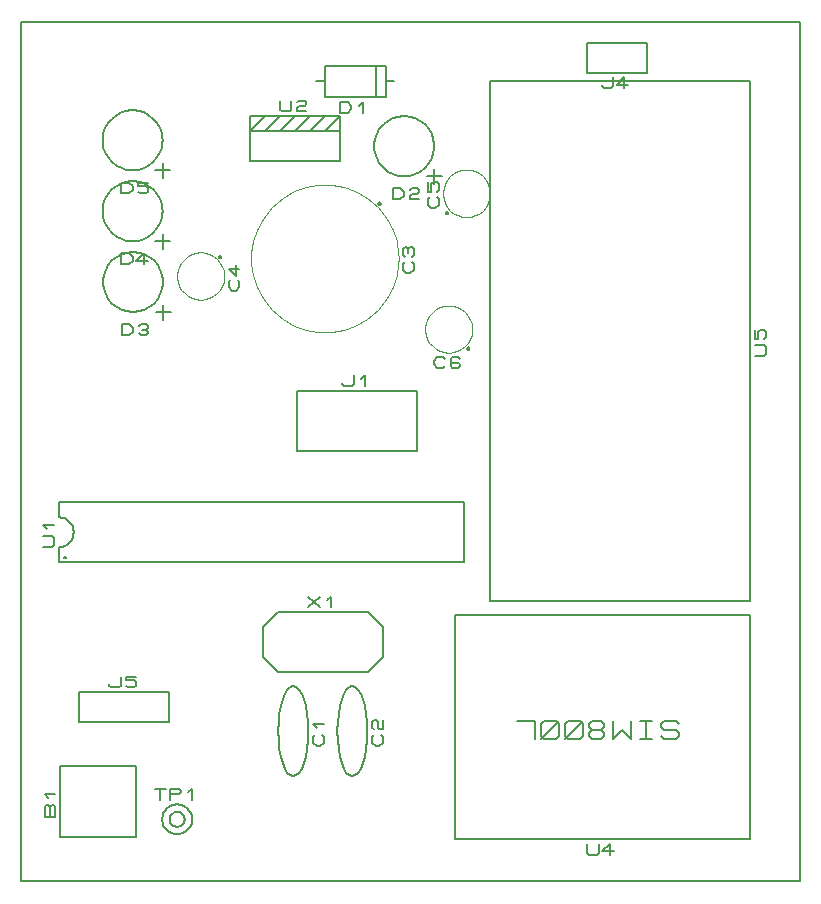
<source format=gbr>
G04 PROTEUS RS274X GERBER FILE*
%FSLAX45Y45*%
%MOMM*%
G01*
%ADD20C,0.203200*%
%ADD27C,0.120000*%
%ADD28C,0.200000*%
D20*
X+39941Y+39466D02*
X+6637261Y+39466D01*
X+6637261Y+7313126D01*
X+39941Y+7313126D01*
X+39941Y+39466D01*
X+362101Y+2740126D02*
X+3791101Y+2740126D01*
X+3791101Y+3248126D01*
X+362101Y+3248126D01*
X+362101Y+2740126D02*
X+362101Y+2867126D01*
X+362101Y+3248126D02*
X+362101Y+3121126D01*
X+362101Y+2867126D02*
X+388069Y+2869653D01*
X+412083Y+2876924D01*
X+433678Y+2888474D01*
X+452390Y+2903837D01*
X+467753Y+2922549D01*
X+479303Y+2944145D01*
X+486574Y+2968159D01*
X+489101Y+2994126D01*
X+362101Y+3121126D02*
X+388069Y+3118599D01*
X+412083Y+3111328D01*
X+433678Y+3099779D01*
X+452390Y+3084415D01*
X+467753Y+3065703D01*
X+479303Y+3044108D01*
X+486574Y+3020094D01*
X+489101Y+2994126D01*
X+420085Y+2780766D02*
X+420060Y+2781363D01*
X+419858Y+2782559D01*
X+419434Y+2783755D01*
X+418740Y+2784951D01*
X+417680Y+2786130D01*
X+416484Y+2786993D01*
X+415288Y+2787542D01*
X+414092Y+2787851D01*
X+412901Y+2787950D01*
X+405717Y+2780766D02*
X+405742Y+2781363D01*
X+405944Y+2782559D01*
X+406368Y+2783755D01*
X+407062Y+2784951D01*
X+408122Y+2786130D01*
X+409318Y+2786993D01*
X+410514Y+2787542D01*
X+411710Y+2787851D01*
X+412901Y+2787950D01*
X+405717Y+2780766D02*
X+405742Y+2780169D01*
X+405944Y+2778973D01*
X+406368Y+2777777D01*
X+407062Y+2776581D01*
X+408122Y+2775402D01*
X+409318Y+2774539D01*
X+410514Y+2773990D01*
X+411710Y+2773681D01*
X+412901Y+2773582D01*
X+420085Y+2780766D02*
X+420060Y+2780169D01*
X+419858Y+2778973D01*
X+419434Y+2777777D01*
X+418740Y+2776581D01*
X+417680Y+2775402D01*
X+416484Y+2774539D01*
X+415288Y+2773990D01*
X+414092Y+2773681D01*
X+412901Y+2773582D01*
X+230021Y+2867126D02*
X+306221Y+2867126D01*
X+321461Y+2883001D01*
X+321461Y+2946501D01*
X+306221Y+2962376D01*
X+230021Y+2962376D01*
X+260501Y+3025876D02*
X+230021Y+3057626D01*
X+321461Y+3057626D01*
X+1982601Y+6136126D02*
X+2744601Y+6136126D01*
X+2744601Y+6390126D01*
X+1982601Y+6390126D01*
X+1982601Y+6136126D01*
X+1982601Y+6390126D02*
X+1982601Y+6517126D01*
X+2744601Y+6517126D01*
X+2744601Y+6390126D01*
X+1982601Y+6390126D02*
X+2109601Y+6517126D01*
X+2109601Y+6390126D02*
X+2236601Y+6517126D01*
X+2236601Y+6390126D02*
X+2363601Y+6517126D01*
X+2363601Y+6390126D02*
X+2490601Y+6517126D01*
X+2490601Y+6390126D02*
X+2617601Y+6517126D01*
X+2617601Y+6390126D02*
X+2744601Y+6517126D01*
X+2236601Y+6649206D02*
X+2236601Y+6573006D01*
X+2252476Y+6557766D01*
X+2315976Y+6557766D01*
X+2331851Y+6573006D01*
X+2331851Y+6649206D01*
X+2379476Y+6633966D02*
X+2395351Y+6649206D01*
X+2442976Y+6649206D01*
X+2458851Y+6633966D01*
X+2458851Y+6618726D01*
X+2442976Y+6603486D01*
X+2395351Y+6603486D01*
X+2379476Y+6588246D01*
X+2379476Y+6557766D01*
X+2458851Y+6557766D01*
X+2612521Y+6678506D02*
X+3130681Y+6678506D01*
X+3130681Y+6945206D01*
X+2612521Y+6945206D01*
X+2612521Y+6678506D01*
X+3049401Y+6681046D02*
X+3049401Y+6942666D01*
X+3201801Y+6813126D02*
X+3130681Y+6813126D01*
X+2612521Y+6813126D02*
X+2541401Y+6813126D01*
X+2744601Y+6546426D02*
X+2744601Y+6637866D01*
X+2808101Y+6637866D01*
X+2839851Y+6607386D01*
X+2839851Y+6576906D01*
X+2808101Y+6546426D01*
X+2744601Y+6546426D01*
X+2903351Y+6607386D02*
X+2935101Y+6637866D01*
X+2935101Y+6546426D01*
X+4832601Y+6886126D02*
X+5340601Y+6886126D01*
X+5340601Y+7140126D01*
X+4832601Y+7140126D01*
X+4832601Y+6886126D01*
X+4959601Y+6784526D02*
X+4959601Y+6769286D01*
X+4975476Y+6754046D01*
X+5038976Y+6754046D01*
X+5054851Y+6769286D01*
X+5054851Y+6845486D01*
X+5181851Y+6784526D02*
X+5086601Y+6784526D01*
X+5150101Y+6845486D01*
X+5150101Y+6754046D01*
D27*
X+3238601Y+5313126D02*
X+3236745Y+5361260D01*
X+3221690Y+5457530D01*
X+3190403Y+5553800D01*
X+3139998Y+5650070D01*
X+3064101Y+5746340D01*
X+2968000Y+5827933D01*
X+2871730Y+5882331D01*
X+2775460Y+5916804D01*
X+2679190Y+5934675D01*
X+2613601Y+5938126D01*
X+1988601Y+5313126D02*
X+1990457Y+5361260D01*
X+2005512Y+5457530D01*
X+2036799Y+5553800D01*
X+2087204Y+5650070D01*
X+2163101Y+5746340D01*
X+2259202Y+5827933D01*
X+2355472Y+5882331D01*
X+2451742Y+5916804D01*
X+2548012Y+5934675D01*
X+2613601Y+5938126D01*
X+1988601Y+5313126D02*
X+1990457Y+5264992D01*
X+2005512Y+5168722D01*
X+2036799Y+5072452D01*
X+2087204Y+4976182D01*
X+2163101Y+4879912D01*
X+2259202Y+4798319D01*
X+2355472Y+4743921D01*
X+2451742Y+4709448D01*
X+2548012Y+4691577D01*
X+2613601Y+4688126D01*
X+3238601Y+5313126D02*
X+3236745Y+5264992D01*
X+3221690Y+5168722D01*
X+3190403Y+5072452D01*
X+3139998Y+4976182D01*
X+3064101Y+4879912D01*
X+2968000Y+4798319D01*
X+2871730Y+4743921D01*
X+2775460Y+4709448D01*
X+2679190Y+4691577D01*
X+2613601Y+4688126D01*
D28*
X+3087601Y+5777126D02*
X+3087566Y+5777957D01*
X+3087285Y+5779621D01*
X+3086695Y+5781285D01*
X+3085731Y+5782949D01*
X+3084256Y+5784590D01*
X+3082592Y+5785791D01*
X+3080928Y+5786556D01*
X+3079264Y+5786987D01*
X+3077601Y+5787126D01*
X+3067601Y+5777126D02*
X+3067636Y+5777957D01*
X+3067917Y+5779621D01*
X+3068507Y+5781285D01*
X+3069471Y+5782949D01*
X+3070946Y+5784590D01*
X+3072610Y+5785791D01*
X+3074274Y+5786556D01*
X+3075938Y+5786987D01*
X+3077601Y+5787126D01*
X+3067601Y+5777126D02*
X+3067636Y+5776295D01*
X+3067917Y+5774631D01*
X+3068507Y+5772967D01*
X+3069471Y+5771303D01*
X+3070946Y+5769662D01*
X+3072610Y+5768461D01*
X+3074274Y+5767696D01*
X+3075938Y+5767265D01*
X+3077601Y+5767126D01*
X+3087601Y+5777126D02*
X+3087566Y+5776295D01*
X+3087285Y+5774631D01*
X+3086695Y+5772967D01*
X+3085731Y+5771303D01*
X+3084256Y+5769662D01*
X+3082592Y+5768461D01*
X+3080928Y+5767696D01*
X+3079264Y+5767265D01*
X+3077601Y+5767126D01*
D20*
X+3351281Y+5281376D02*
X+3366521Y+5265501D01*
X+3366521Y+5217876D01*
X+3336041Y+5186126D01*
X+3305561Y+5186126D01*
X+3275081Y+5217876D01*
X+3275081Y+5265501D01*
X+3290321Y+5281376D01*
X+3290321Y+5329001D02*
X+3275081Y+5344876D01*
X+3275081Y+5392501D01*
X+3290321Y+5408376D01*
X+3305561Y+5408376D01*
X+3320801Y+5392501D01*
X+3336041Y+5408376D01*
X+3351281Y+5408376D01*
X+3366521Y+5392501D01*
X+3366521Y+5344876D01*
X+3351281Y+5329001D01*
X+3320801Y+5360751D02*
X+3320801Y+5392501D01*
D27*
X+1763601Y+5163126D02*
X+1762941Y+5179365D01*
X+1757576Y+5211845D01*
X+1746376Y+5244325D01*
X+1728152Y+5276805D01*
X+1700285Y+5309131D01*
X+1667805Y+5333835D01*
X+1635325Y+5349823D01*
X+1602845Y+5359238D01*
X+1570365Y+5363012D01*
X+1563601Y+5363126D01*
X+1363601Y+5163126D02*
X+1364261Y+5179365D01*
X+1369626Y+5211845D01*
X+1380826Y+5244325D01*
X+1399050Y+5276805D01*
X+1426917Y+5309131D01*
X+1459397Y+5333835D01*
X+1491877Y+5349823D01*
X+1524357Y+5359238D01*
X+1556837Y+5363012D01*
X+1563601Y+5363126D01*
X+1363601Y+5163126D02*
X+1364261Y+5146887D01*
X+1369626Y+5114407D01*
X+1380826Y+5081927D01*
X+1399050Y+5049447D01*
X+1426917Y+5017121D01*
X+1459397Y+4992417D01*
X+1491877Y+4976429D01*
X+1524357Y+4967014D01*
X+1556837Y+4963240D01*
X+1563601Y+4963126D01*
X+1763601Y+5163126D02*
X+1762941Y+5146887D01*
X+1757576Y+5114407D01*
X+1746376Y+5081927D01*
X+1728152Y+5049447D01*
X+1700285Y+5017121D01*
X+1667805Y+4992417D01*
X+1635325Y+4976429D01*
X+1602845Y+4967014D01*
X+1570365Y+4963240D01*
X+1563601Y+4963126D01*
D28*
X+1737601Y+5327126D02*
X+1737566Y+5327957D01*
X+1737285Y+5329621D01*
X+1736695Y+5331285D01*
X+1735731Y+5332949D01*
X+1734256Y+5334590D01*
X+1732592Y+5335791D01*
X+1730928Y+5336556D01*
X+1729264Y+5336987D01*
X+1727601Y+5337126D01*
X+1717601Y+5327126D02*
X+1717636Y+5327957D01*
X+1717917Y+5329621D01*
X+1718507Y+5331285D01*
X+1719471Y+5332949D01*
X+1720946Y+5334590D01*
X+1722610Y+5335791D01*
X+1724274Y+5336556D01*
X+1725938Y+5336987D01*
X+1727601Y+5337126D01*
X+1717601Y+5327126D02*
X+1717636Y+5326295D01*
X+1717917Y+5324631D01*
X+1718507Y+5322967D01*
X+1719471Y+5321303D01*
X+1720946Y+5319662D01*
X+1722610Y+5318461D01*
X+1724274Y+5317696D01*
X+1725938Y+5317265D01*
X+1727601Y+5317126D01*
X+1737601Y+5327126D02*
X+1737566Y+5326295D01*
X+1737285Y+5324631D01*
X+1736695Y+5322967D01*
X+1735731Y+5321303D01*
X+1734256Y+5319662D01*
X+1732592Y+5318461D01*
X+1730928Y+5317696D01*
X+1729264Y+5317265D01*
X+1727601Y+5317126D01*
D20*
X+1876281Y+5131376D02*
X+1891521Y+5115501D01*
X+1891521Y+5067876D01*
X+1861041Y+5036126D01*
X+1830561Y+5036126D01*
X+1800081Y+5067876D01*
X+1800081Y+5115501D01*
X+1815321Y+5131376D01*
X+1861041Y+5258376D02*
X+1861041Y+5163126D01*
X+1800081Y+5226626D01*
X+1891521Y+5226626D01*
X+3540601Y+6263126D02*
X+3539774Y+6283609D01*
X+3533056Y+6324576D01*
X+3519038Y+6365543D01*
X+3496260Y+6406510D01*
X+3461460Y+6447355D01*
X+3420493Y+6478971D01*
X+3379526Y+6499518D01*
X+3338559Y+6511755D01*
X+3297592Y+6516888D01*
X+3286601Y+6517126D01*
X+3032601Y+6263126D02*
X+3033428Y+6283609D01*
X+3040146Y+6324576D01*
X+3054164Y+6365543D01*
X+3076942Y+6406510D01*
X+3111742Y+6447355D01*
X+3152709Y+6478971D01*
X+3193676Y+6499518D01*
X+3234643Y+6511755D01*
X+3275610Y+6516888D01*
X+3286601Y+6517126D01*
X+3032601Y+6263126D02*
X+3033428Y+6242643D01*
X+3040146Y+6201676D01*
X+3054164Y+6160709D01*
X+3076942Y+6119742D01*
X+3111742Y+6078897D01*
X+3152709Y+6047281D01*
X+3193676Y+6026734D01*
X+3234643Y+6014497D01*
X+3275610Y+6009364D01*
X+3286601Y+6009126D01*
X+3540601Y+6263126D02*
X+3539774Y+6242643D01*
X+3533056Y+6201676D01*
X+3519038Y+6160709D01*
X+3496260Y+6119742D01*
X+3461460Y+6078897D01*
X+3420493Y+6047281D01*
X+3379526Y+6026734D01*
X+3338559Y+6014497D01*
X+3297592Y+6009364D01*
X+3286601Y+6009126D01*
X+3604101Y+6009126D02*
X+3477101Y+6009126D01*
X+3540601Y+5945626D02*
X+3540601Y+6072626D01*
X+3191351Y+5813546D02*
X+3191351Y+5904986D01*
X+3254851Y+5904986D01*
X+3286601Y+5874506D01*
X+3286601Y+5844026D01*
X+3254851Y+5813546D01*
X+3191351Y+5813546D01*
X+3334226Y+5889746D02*
X+3350101Y+5904986D01*
X+3397726Y+5904986D01*
X+3413601Y+5889746D01*
X+3413601Y+5874506D01*
X+3397726Y+5859266D01*
X+3350101Y+5859266D01*
X+3334226Y+5844026D01*
X+3334226Y+5813546D01*
X+3413601Y+5813546D01*
D27*
X+4013601Y+5863126D02*
X+4012941Y+5879365D01*
X+4007576Y+5911845D01*
X+3996376Y+5944325D01*
X+3978152Y+5976805D01*
X+3950285Y+6009131D01*
X+3917805Y+6033835D01*
X+3885325Y+6049823D01*
X+3852845Y+6059238D01*
X+3820365Y+6063012D01*
X+3813601Y+6063126D01*
X+3613601Y+5863126D02*
X+3614261Y+5879365D01*
X+3619626Y+5911845D01*
X+3630826Y+5944325D01*
X+3649050Y+5976805D01*
X+3676917Y+6009131D01*
X+3709397Y+6033835D01*
X+3741877Y+6049823D01*
X+3774357Y+6059238D01*
X+3806837Y+6063012D01*
X+3813601Y+6063126D01*
X+3613601Y+5863126D02*
X+3614261Y+5846887D01*
X+3619626Y+5814407D01*
X+3630826Y+5781927D01*
X+3649050Y+5749447D01*
X+3676917Y+5717121D01*
X+3709397Y+5692417D01*
X+3741877Y+5676429D01*
X+3774357Y+5667014D01*
X+3806837Y+5663240D01*
X+3813601Y+5663126D01*
X+4013601Y+5863126D02*
X+4012941Y+5846887D01*
X+4007576Y+5814407D01*
X+3996376Y+5781927D01*
X+3978152Y+5749447D01*
X+3950285Y+5717121D01*
X+3917805Y+5692417D01*
X+3885325Y+5676429D01*
X+3852845Y+5667014D01*
X+3820365Y+5663240D01*
X+3813601Y+5663126D01*
D28*
X+3659601Y+5699126D02*
X+3659566Y+5699957D01*
X+3659285Y+5701621D01*
X+3658695Y+5703285D01*
X+3657731Y+5704949D01*
X+3656256Y+5706590D01*
X+3654592Y+5707791D01*
X+3652928Y+5708556D01*
X+3651264Y+5708987D01*
X+3649601Y+5709126D01*
X+3639601Y+5699126D02*
X+3639636Y+5699957D01*
X+3639917Y+5701621D01*
X+3640507Y+5703285D01*
X+3641471Y+5704949D01*
X+3642946Y+5706590D01*
X+3644610Y+5707791D01*
X+3646274Y+5708556D01*
X+3647938Y+5708987D01*
X+3649601Y+5709126D01*
X+3639601Y+5699126D02*
X+3639636Y+5698295D01*
X+3639917Y+5696631D01*
X+3640507Y+5694967D01*
X+3641471Y+5693303D01*
X+3642946Y+5691662D01*
X+3644610Y+5690461D01*
X+3646274Y+5689696D01*
X+3647938Y+5689265D01*
X+3649601Y+5689126D01*
X+3659601Y+5699126D02*
X+3659566Y+5698295D01*
X+3659285Y+5696631D01*
X+3658695Y+5694967D01*
X+3657731Y+5693303D01*
X+3656256Y+5691662D01*
X+3654592Y+5690461D01*
X+3652928Y+5689696D01*
X+3651264Y+5689265D01*
X+3649601Y+5689126D01*
D20*
X+3561881Y+5831376D02*
X+3577121Y+5815501D01*
X+3577121Y+5767876D01*
X+3546641Y+5736126D01*
X+3516161Y+5736126D01*
X+3485681Y+5767876D01*
X+3485681Y+5815501D01*
X+3500921Y+5831376D01*
X+3485681Y+5958376D02*
X+3485681Y+5879001D01*
X+3516161Y+5879001D01*
X+3516161Y+5942501D01*
X+3531401Y+5958376D01*
X+3561881Y+5958376D01*
X+3577121Y+5942501D01*
X+3577121Y+5894876D01*
X+3561881Y+5879001D01*
D27*
X+3863601Y+4713126D02*
X+3862941Y+4729365D01*
X+3857576Y+4761845D01*
X+3846376Y+4794325D01*
X+3828152Y+4826805D01*
X+3800285Y+4859131D01*
X+3767805Y+4883835D01*
X+3735325Y+4899823D01*
X+3702845Y+4909238D01*
X+3670365Y+4913012D01*
X+3663601Y+4913126D01*
X+3463601Y+4713126D02*
X+3464261Y+4729365D01*
X+3469626Y+4761845D01*
X+3480826Y+4794325D01*
X+3499050Y+4826805D01*
X+3526917Y+4859131D01*
X+3559397Y+4883835D01*
X+3591877Y+4899823D01*
X+3624357Y+4909238D01*
X+3656837Y+4913012D01*
X+3663601Y+4913126D01*
X+3463601Y+4713126D02*
X+3464261Y+4696887D01*
X+3469626Y+4664407D01*
X+3480826Y+4631927D01*
X+3499050Y+4599447D01*
X+3526917Y+4567121D01*
X+3559397Y+4542417D01*
X+3591877Y+4526429D01*
X+3624357Y+4517014D01*
X+3656837Y+4513240D01*
X+3663601Y+4513126D01*
X+3863601Y+4713126D02*
X+3862941Y+4696887D01*
X+3857576Y+4664407D01*
X+3846376Y+4631927D01*
X+3828152Y+4599447D01*
X+3800285Y+4567121D01*
X+3767805Y+4542417D01*
X+3735325Y+4526429D01*
X+3702845Y+4517014D01*
X+3670365Y+4513240D01*
X+3663601Y+4513126D01*
D28*
X+3837601Y+4549126D02*
X+3837566Y+4549957D01*
X+3837285Y+4551621D01*
X+3836695Y+4553285D01*
X+3835731Y+4554949D01*
X+3834256Y+4556590D01*
X+3832592Y+4557791D01*
X+3830928Y+4558556D01*
X+3829264Y+4558987D01*
X+3827601Y+4559126D01*
X+3817601Y+4549126D02*
X+3817636Y+4549957D01*
X+3817917Y+4551621D01*
X+3818507Y+4553285D01*
X+3819471Y+4554949D01*
X+3820946Y+4556590D01*
X+3822610Y+4557791D01*
X+3824274Y+4558556D01*
X+3825938Y+4558987D01*
X+3827601Y+4559126D01*
X+3817601Y+4549126D02*
X+3817636Y+4548295D01*
X+3817917Y+4546631D01*
X+3818507Y+4544967D01*
X+3819471Y+4543303D01*
X+3820946Y+4541662D01*
X+3822610Y+4540461D01*
X+3824274Y+4539696D01*
X+3825938Y+4539265D01*
X+3827601Y+4539126D01*
X+3837601Y+4549126D02*
X+3837566Y+4548295D01*
X+3837285Y+4546631D01*
X+3836695Y+4544967D01*
X+3835731Y+4543303D01*
X+3834256Y+4541662D01*
X+3832592Y+4540461D01*
X+3830928Y+4539696D01*
X+3829264Y+4539265D01*
X+3827601Y+4539126D01*
D20*
X+3631851Y+4400446D02*
X+3615976Y+4385206D01*
X+3568351Y+4385206D01*
X+3536601Y+4415686D01*
X+3536601Y+4446166D01*
X+3568351Y+4476646D01*
X+3615976Y+4476646D01*
X+3631851Y+4461406D01*
X+3758851Y+4461406D02*
X+3742976Y+4476646D01*
X+3695351Y+4476646D01*
X+3679476Y+4461406D01*
X+3679476Y+4400446D01*
X+3695351Y+4385206D01*
X+3742976Y+4385206D01*
X+3758851Y+4400446D01*
X+3758851Y+4415686D01*
X+3742976Y+4430926D01*
X+3679476Y+4430926D01*
X+4013601Y+2413126D02*
X+6213601Y+2413126D01*
X+6213601Y+6813126D01*
X+4013601Y+6813126D01*
X+4013601Y+2413126D01*
X+6254241Y+4486126D02*
X+6330441Y+4486126D01*
X+6345681Y+4502001D01*
X+6345681Y+4565501D01*
X+6330441Y+4581376D01*
X+6254241Y+4581376D01*
X+6254241Y+4708376D02*
X+6254241Y+4629001D01*
X+6284721Y+4629001D01*
X+6284721Y+4692501D01*
X+6299961Y+4708376D01*
X+6330441Y+4708376D01*
X+6345681Y+4692501D01*
X+6345681Y+4644876D01*
X+6330441Y+4629001D01*
X+2220601Y+2317126D02*
X+2982601Y+2317126D01*
X+3109601Y+2190126D01*
X+3109601Y+1936126D01*
X+2982601Y+1809126D01*
X+2220601Y+1809126D01*
X+2093601Y+1936126D01*
X+2093601Y+2190126D01*
X+2220601Y+2317126D01*
X+2474601Y+2449206D02*
X+2569851Y+2357766D01*
X+2474601Y+2357766D02*
X+2569851Y+2449206D01*
X+2633351Y+2418726D02*
X+2665101Y+2449206D01*
X+2665101Y+2357766D01*
X+2347601Y+1690126D02*
X+2373477Y+1682610D01*
X+2397448Y+1660956D01*
X+2419038Y+1626502D01*
X+2437771Y+1580588D01*
X+2453170Y+1524555D01*
X+2464758Y+1459740D01*
X+2472061Y+1387484D01*
X+2474601Y+1309126D01*
X+2347601Y+928126D02*
X+2373477Y+935746D01*
X+2397448Y+957654D01*
X+2419038Y+992420D01*
X+2437771Y+1038616D01*
X+2453170Y+1094814D01*
X+2464758Y+1159584D01*
X+2472061Y+1231497D01*
X+2474601Y+1309126D01*
X+2347601Y+928126D02*
X+2321725Y+935746D01*
X+2297754Y+957654D01*
X+2276164Y+992420D01*
X+2257431Y+1038616D01*
X+2242032Y+1094814D01*
X+2230444Y+1159584D01*
X+2223141Y+1231497D01*
X+2220601Y+1309126D01*
X+2347601Y+1690126D02*
X+2321725Y+1682610D01*
X+2297754Y+1660956D01*
X+2276164Y+1626502D01*
X+2257431Y+1580588D01*
X+2242032Y+1524555D01*
X+2230444Y+1459740D01*
X+2223141Y+1387484D01*
X+2220601Y+1309126D01*
X+2591441Y+1277376D02*
X+2606681Y+1261501D01*
X+2606681Y+1213876D01*
X+2576201Y+1182126D01*
X+2545721Y+1182126D01*
X+2515241Y+1213876D01*
X+2515241Y+1261501D01*
X+2530481Y+1277376D01*
X+2545721Y+1340876D02*
X+2515241Y+1372626D01*
X+2606681Y+1372626D01*
X+2847601Y+1690126D02*
X+2873477Y+1682610D01*
X+2897448Y+1660956D01*
X+2919038Y+1626502D01*
X+2937771Y+1580588D01*
X+2953170Y+1524555D01*
X+2964758Y+1459740D01*
X+2972061Y+1387484D01*
X+2974601Y+1309126D01*
X+2847601Y+928126D02*
X+2873477Y+935746D01*
X+2897448Y+957654D01*
X+2919038Y+992420D01*
X+2937771Y+1038616D01*
X+2953170Y+1094814D01*
X+2964758Y+1159584D01*
X+2972061Y+1231497D01*
X+2974601Y+1309126D01*
X+2847601Y+928126D02*
X+2821725Y+935746D01*
X+2797754Y+957654D01*
X+2776164Y+992420D01*
X+2757431Y+1038616D01*
X+2742032Y+1094814D01*
X+2730444Y+1159584D01*
X+2723141Y+1231497D01*
X+2720601Y+1309126D01*
X+2847601Y+1690126D02*
X+2821725Y+1682610D01*
X+2797754Y+1660956D01*
X+2776164Y+1626502D01*
X+2757431Y+1580588D01*
X+2742032Y+1524555D01*
X+2730444Y+1459740D01*
X+2723141Y+1387484D01*
X+2720601Y+1309126D01*
X+3091441Y+1277376D02*
X+3106681Y+1261501D01*
X+3106681Y+1213876D01*
X+3076201Y+1182126D01*
X+3045721Y+1182126D01*
X+3015241Y+1213876D01*
X+3015241Y+1261501D01*
X+3030481Y+1277376D01*
X+3030481Y+1325001D02*
X+3015241Y+1340876D01*
X+3015241Y+1388501D01*
X+3030481Y+1404376D01*
X+3045721Y+1404376D01*
X+3060961Y+1388501D01*
X+3060961Y+1340876D01*
X+3076201Y+1325001D01*
X+3106681Y+1325001D01*
X+3106681Y+1404376D01*
X+1244601Y+5113126D02*
X+1243774Y+5133609D01*
X+1237056Y+5174576D01*
X+1223038Y+5215543D01*
X+1200260Y+5256510D01*
X+1165460Y+5297355D01*
X+1124493Y+5328971D01*
X+1083526Y+5349518D01*
X+1042559Y+5361755D01*
X+1001592Y+5366888D01*
X+990601Y+5367126D01*
X+736601Y+5113126D02*
X+737428Y+5133609D01*
X+744146Y+5174576D01*
X+758164Y+5215543D01*
X+780942Y+5256510D01*
X+815742Y+5297355D01*
X+856709Y+5328971D01*
X+897676Y+5349518D01*
X+938643Y+5361755D01*
X+979610Y+5366888D01*
X+990601Y+5367126D01*
X+736601Y+5113126D02*
X+737428Y+5092643D01*
X+744146Y+5051676D01*
X+758164Y+5010709D01*
X+780942Y+4969742D01*
X+815742Y+4928897D01*
X+856709Y+4897281D01*
X+897676Y+4876734D01*
X+938643Y+4864497D01*
X+979610Y+4859364D01*
X+990601Y+4859126D01*
X+1244601Y+5113126D02*
X+1243774Y+5092643D01*
X+1237056Y+5051676D01*
X+1223038Y+5010709D01*
X+1200260Y+4969742D01*
X+1165460Y+4928897D01*
X+1124493Y+4897281D01*
X+1083526Y+4876734D01*
X+1042559Y+4864497D01*
X+1001592Y+4859364D01*
X+990601Y+4859126D01*
X+1308101Y+4859126D02*
X+1181101Y+4859126D01*
X+1244601Y+4795626D02*
X+1244601Y+4922626D01*
X+895351Y+4663546D02*
X+895351Y+4754986D01*
X+958851Y+4754986D01*
X+990601Y+4724506D01*
X+990601Y+4694026D01*
X+958851Y+4663546D01*
X+895351Y+4663546D01*
X+1038226Y+4739746D02*
X+1054101Y+4754986D01*
X+1101726Y+4754986D01*
X+1117601Y+4739746D01*
X+1117601Y+4724506D01*
X+1101726Y+4709266D01*
X+1117601Y+4694026D01*
X+1117601Y+4678786D01*
X+1101726Y+4663546D01*
X+1054101Y+4663546D01*
X+1038226Y+4678786D01*
X+1069976Y+4709266D02*
X+1101726Y+4709266D01*
X+1240601Y+5713126D02*
X+1239774Y+5733609D01*
X+1233056Y+5774576D01*
X+1219038Y+5815543D01*
X+1196260Y+5856510D01*
X+1161460Y+5897355D01*
X+1120493Y+5928971D01*
X+1079526Y+5949518D01*
X+1038559Y+5961755D01*
X+997592Y+5966888D01*
X+986601Y+5967126D01*
X+732601Y+5713126D02*
X+733428Y+5733609D01*
X+740146Y+5774576D01*
X+754164Y+5815543D01*
X+776942Y+5856510D01*
X+811742Y+5897355D01*
X+852709Y+5928971D01*
X+893676Y+5949518D01*
X+934643Y+5961755D01*
X+975610Y+5966888D01*
X+986601Y+5967126D01*
X+732601Y+5713126D02*
X+733428Y+5692643D01*
X+740146Y+5651676D01*
X+754164Y+5610709D01*
X+776942Y+5569742D01*
X+811742Y+5528897D01*
X+852709Y+5497281D01*
X+893676Y+5476734D01*
X+934643Y+5464497D01*
X+975610Y+5459364D01*
X+986601Y+5459126D01*
X+1240601Y+5713126D02*
X+1239774Y+5692643D01*
X+1233056Y+5651676D01*
X+1219038Y+5610709D01*
X+1196260Y+5569742D01*
X+1161460Y+5528897D01*
X+1120493Y+5497281D01*
X+1079526Y+5476734D01*
X+1038559Y+5464497D01*
X+997592Y+5459364D01*
X+986601Y+5459126D01*
X+1304101Y+5459126D02*
X+1177101Y+5459126D01*
X+1240601Y+5395626D02*
X+1240601Y+5522626D01*
X+891351Y+5263546D02*
X+891351Y+5354986D01*
X+954851Y+5354986D01*
X+986601Y+5324506D01*
X+986601Y+5294026D01*
X+954851Y+5263546D01*
X+891351Y+5263546D01*
X+1113601Y+5294026D02*
X+1018351Y+5294026D01*
X+1081851Y+5354986D01*
X+1081851Y+5263546D01*
X+1240601Y+6313126D02*
X+1239774Y+6333609D01*
X+1233056Y+6374576D01*
X+1219038Y+6415543D01*
X+1196260Y+6456510D01*
X+1161460Y+6497355D01*
X+1120493Y+6528971D01*
X+1079526Y+6549518D01*
X+1038559Y+6561755D01*
X+997592Y+6566888D01*
X+986601Y+6567126D01*
X+732601Y+6313126D02*
X+733428Y+6333609D01*
X+740146Y+6374576D01*
X+754164Y+6415543D01*
X+776942Y+6456510D01*
X+811742Y+6497355D01*
X+852709Y+6528971D01*
X+893676Y+6549518D01*
X+934643Y+6561755D01*
X+975610Y+6566888D01*
X+986601Y+6567126D01*
X+732601Y+6313126D02*
X+733428Y+6292643D01*
X+740146Y+6251676D01*
X+754164Y+6210709D01*
X+776942Y+6169742D01*
X+811742Y+6128897D01*
X+852709Y+6097281D01*
X+893676Y+6076734D01*
X+934643Y+6064497D01*
X+975610Y+6059364D01*
X+986601Y+6059126D01*
X+1240601Y+6313126D02*
X+1239774Y+6292643D01*
X+1233056Y+6251676D01*
X+1219038Y+6210709D01*
X+1196260Y+6169742D01*
X+1161460Y+6128897D01*
X+1120493Y+6097281D01*
X+1079526Y+6076734D01*
X+1038559Y+6064497D01*
X+997592Y+6059364D01*
X+986601Y+6059126D01*
X+1304101Y+6059126D02*
X+1177101Y+6059126D01*
X+1240601Y+5995626D02*
X+1240601Y+6122626D01*
X+891351Y+5863546D02*
X+891351Y+5954986D01*
X+954851Y+5954986D01*
X+986601Y+5924506D01*
X+986601Y+5894026D01*
X+954851Y+5863546D01*
X+891351Y+5863546D01*
X+1113601Y+5954986D02*
X+1034226Y+5954986D01*
X+1034226Y+5924506D01*
X+1097726Y+5924506D01*
X+1113601Y+5909266D01*
X+1113601Y+5878786D01*
X+1097726Y+5863546D01*
X+1050101Y+5863546D01*
X+1034226Y+5878786D01*
X+3713601Y+393126D02*
X+6213601Y+393126D01*
X+6213601Y+2293126D01*
X+3713601Y+2293126D01*
X+3713601Y+393126D01*
X+5613601Y+1370926D02*
X+5588201Y+1396326D01*
X+5486601Y+1396326D01*
X+5461201Y+1370926D01*
X+5461201Y+1345526D01*
X+5486601Y+1320126D01*
X+5588201Y+1320126D01*
X+5613601Y+1294726D01*
X+5613601Y+1269326D01*
X+5588201Y+1243926D01*
X+5486601Y+1243926D01*
X+5461201Y+1269326D01*
X+5385001Y+1243926D02*
X+5283401Y+1243926D01*
X+5334201Y+1243926D02*
X+5334201Y+1396326D01*
X+5385001Y+1396326D02*
X+5283401Y+1396326D01*
X+5207201Y+1396326D02*
X+5207201Y+1243926D01*
X+5131001Y+1320126D01*
X+5054801Y+1243926D01*
X+5054801Y+1396326D01*
X+4953201Y+1320126D02*
X+4978601Y+1294726D01*
X+4978601Y+1269326D01*
X+4953201Y+1243926D01*
X+4877001Y+1243926D01*
X+4851601Y+1269326D01*
X+4851601Y+1294726D01*
X+4877001Y+1320126D01*
X+4953201Y+1320126D01*
X+4978601Y+1345526D01*
X+4978601Y+1370926D01*
X+4953201Y+1396326D01*
X+4877001Y+1396326D01*
X+4851601Y+1370926D01*
X+4851601Y+1345526D01*
X+4877001Y+1320126D01*
X+4800801Y+1370926D02*
X+4800801Y+1269326D01*
X+4775401Y+1243926D01*
X+4673801Y+1243926D01*
X+4648401Y+1269326D01*
X+4648401Y+1370926D01*
X+4673801Y+1396326D01*
X+4775401Y+1396326D01*
X+4800801Y+1370926D01*
X+4800801Y+1396326D02*
X+4648401Y+1243926D01*
X+4597601Y+1370926D02*
X+4597601Y+1269326D01*
X+4572201Y+1243926D01*
X+4470601Y+1243926D01*
X+4445201Y+1269326D01*
X+4445201Y+1370926D01*
X+4470601Y+1396326D01*
X+4572201Y+1396326D01*
X+4597601Y+1370926D01*
X+4597601Y+1396326D02*
X+4445201Y+1243926D01*
X+4394401Y+1243926D02*
X+4394401Y+1396326D01*
X+4242001Y+1396326D01*
X+4836601Y+352486D02*
X+4836601Y+276286D01*
X+4852476Y+261046D01*
X+4915976Y+261046D01*
X+4931851Y+276286D01*
X+4931851Y+352486D01*
X+5058851Y+291526D02*
X+4963601Y+291526D01*
X+5027101Y+352486D01*
X+5027101Y+261046D01*
X+1490601Y+563126D02*
X+1490174Y+573535D01*
X+1486702Y+594354D01*
X+1479446Y+615173D01*
X+1467618Y+635992D01*
X+1449521Y+656650D01*
X+1428702Y+672171D01*
X+1407883Y+682156D01*
X+1387064Y+687940D01*
X+1366245Y+690098D01*
X+1363601Y+690126D01*
X+1236601Y+563126D02*
X+1237028Y+573535D01*
X+1240500Y+594354D01*
X+1247756Y+615173D01*
X+1259584Y+635992D01*
X+1277681Y+656650D01*
X+1298500Y+672171D01*
X+1319319Y+682156D01*
X+1340138Y+687940D01*
X+1360957Y+690098D01*
X+1363601Y+690126D01*
X+1236601Y+563126D02*
X+1237028Y+552717D01*
X+1240500Y+531898D01*
X+1247756Y+511079D01*
X+1259584Y+490260D01*
X+1277681Y+469602D01*
X+1298500Y+454081D01*
X+1319319Y+444096D01*
X+1340138Y+438312D01*
X+1360957Y+436154D01*
X+1363601Y+436126D01*
X+1490601Y+563126D02*
X+1490174Y+552717D01*
X+1486702Y+531898D01*
X+1479446Y+511079D01*
X+1467618Y+490260D01*
X+1449521Y+469602D01*
X+1428702Y+454081D01*
X+1407883Y+444096D01*
X+1387064Y+438312D01*
X+1366245Y+436154D01*
X+1363601Y+436126D01*
X+1427101Y+563126D02*
X+1426884Y+568373D01*
X+1425119Y+578868D01*
X+1421427Y+589363D01*
X+1415399Y+599858D01*
X+1406177Y+610238D01*
X+1395682Y+617926D01*
X+1385187Y+622844D01*
X+1374692Y+625650D01*
X+1364197Y+626623D01*
X+1363601Y+626626D01*
X+1300101Y+563126D02*
X+1300318Y+568373D01*
X+1302083Y+578868D01*
X+1305775Y+589363D01*
X+1311803Y+599858D01*
X+1321025Y+610238D01*
X+1331520Y+617926D01*
X+1342015Y+622844D01*
X+1352510Y+625650D01*
X+1363005Y+626623D01*
X+1363601Y+626626D01*
X+1300101Y+563126D02*
X+1300318Y+557879D01*
X+1302083Y+547384D01*
X+1305775Y+536889D01*
X+1311803Y+526394D01*
X+1321025Y+516014D01*
X+1331520Y+508326D01*
X+1342015Y+503408D01*
X+1352510Y+500602D01*
X+1363005Y+499629D01*
X+1363601Y+499626D01*
X+1427101Y+563126D02*
X+1426884Y+557879D01*
X+1425119Y+547384D01*
X+1421427Y+536889D01*
X+1415399Y+526394D01*
X+1406177Y+516014D01*
X+1395682Y+508326D01*
X+1385187Y+503408D01*
X+1374692Y+500602D01*
X+1364197Y+499629D01*
X+1363601Y+499626D01*
X+1173101Y+822206D02*
X+1268351Y+822206D01*
X+1220726Y+822206D02*
X+1220726Y+730766D01*
X+1300101Y+730766D02*
X+1300101Y+822206D01*
X+1379476Y+822206D01*
X+1395351Y+806966D01*
X+1395351Y+791726D01*
X+1379476Y+776486D01*
X+1300101Y+776486D01*
X+1458851Y+791726D02*
X+1490601Y+822206D01*
X+1490601Y+730766D01*
X+2382601Y+3682126D02*
X+3398601Y+3682126D01*
X+3398601Y+4190126D01*
X+2382601Y+4190126D01*
X+2382601Y+3682126D01*
X+2763601Y+4261246D02*
X+2763601Y+4246006D01*
X+2779476Y+4230766D01*
X+2842976Y+4230766D01*
X+2858851Y+4246006D01*
X+2858851Y+4322206D01*
X+2922351Y+4291726D02*
X+2954101Y+4322206D01*
X+2954101Y+4230766D01*
X+536601Y+1386126D02*
X+1298601Y+1386126D01*
X+1298601Y+1640126D01*
X+536601Y+1640126D01*
X+536601Y+1386126D01*
X+790601Y+1711246D02*
X+790601Y+1696006D01*
X+806476Y+1680766D01*
X+869976Y+1680766D01*
X+885851Y+1696006D01*
X+885851Y+1772206D01*
X+1012851Y+1772206D02*
X+933476Y+1772206D01*
X+933476Y+1741726D01*
X+996976Y+1741726D01*
X+1012851Y+1726486D01*
X+1012851Y+1696006D01*
X+996976Y+1680766D01*
X+949351Y+1680766D01*
X+933476Y+1696006D01*
X+373601Y+413126D02*
X+1013601Y+413126D01*
X+1013601Y+1013126D01*
X+373601Y+1013126D01*
X+373601Y+413126D01*
X+332961Y+586126D02*
X+241521Y+586126D01*
X+241521Y+665501D01*
X+256761Y+681376D01*
X+272001Y+681376D01*
X+287241Y+665501D01*
X+302481Y+681376D01*
X+317721Y+681376D01*
X+332961Y+665501D01*
X+332961Y+586126D01*
X+287241Y+586126D02*
X+287241Y+665501D01*
X+272001Y+744876D02*
X+241521Y+776626D01*
X+332961Y+776626D01*
M02*

</source>
